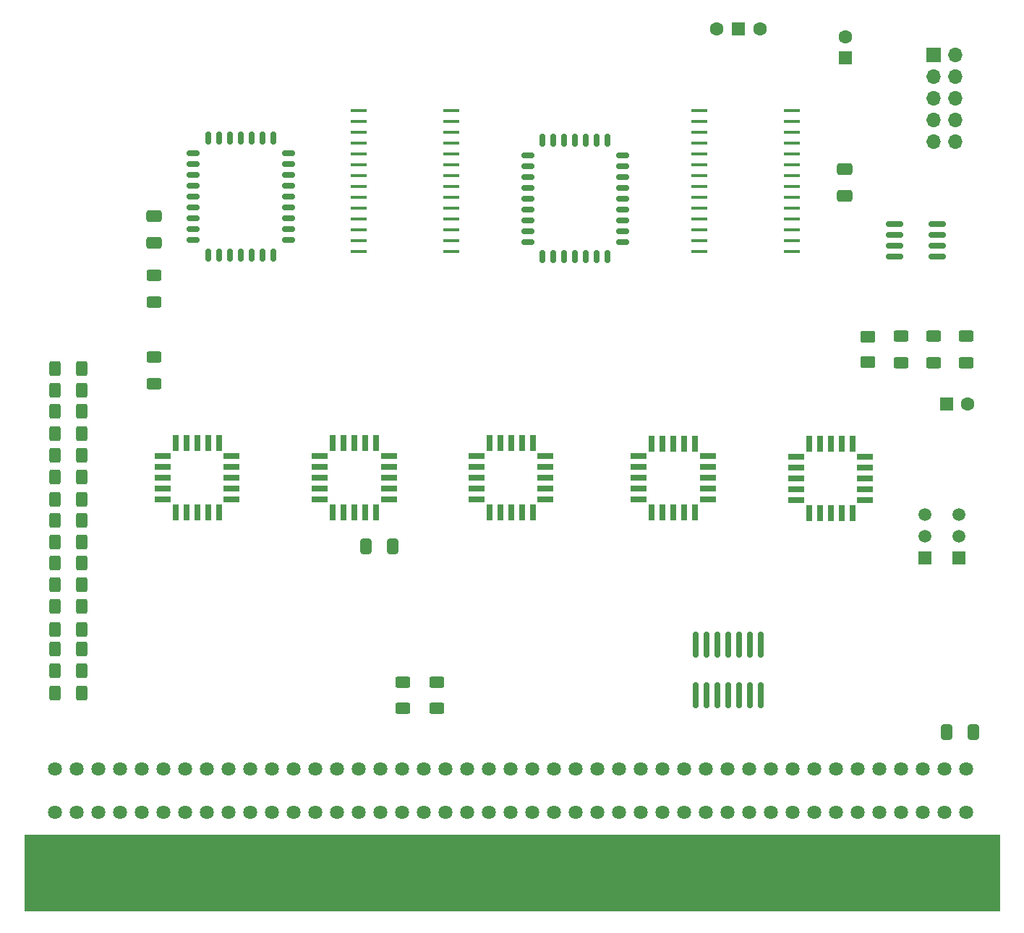
<source format=gbr>
%TF.GenerationSoftware,KiCad,Pcbnew,8.0.3*%
%TF.CreationDate,2025-02-02T19:27:09+01:00*%
%TF.ProjectId,BBARIII,42424152-4949-4492-9e6b-696361645f70,rev?*%
%TF.SameCoordinates,Original*%
%TF.FileFunction,Soldermask,Top*%
%TF.FilePolarity,Negative*%
%FSLAX46Y46*%
G04 Gerber Fmt 4.6, Leading zero omitted, Abs format (unit mm)*
G04 Created by KiCad (PCBNEW 8.0.3) date 2025-02-02 19:27:09*
%MOMM*%
%LPD*%
G01*
G04 APERTURE LIST*
G04 Aperture macros list*
%AMRoundRect*
0 Rectangle with rounded corners*
0 $1 Rounding radius*
0 $2 $3 $4 $5 $6 $7 $8 $9 X,Y pos of 4 corners*
0 Add a 4 corners polygon primitive as box body*
4,1,4,$2,$3,$4,$5,$6,$7,$8,$9,$2,$3,0*
0 Add four circle primitives for the rounded corners*
1,1,$1+$1,$2,$3*
1,1,$1+$1,$4,$5*
1,1,$1+$1,$6,$7*
1,1,$1+$1,$8,$9*
0 Add four rect primitives between the rounded corners*
20,1,$1+$1,$2,$3,$4,$5,0*
20,1,$1+$1,$4,$5,$6,$7,0*
20,1,$1+$1,$6,$7,$8,$9,0*
20,1,$1+$1,$8,$9,$2,$3,0*%
G04 Aperture macros list end*
%ADD10C,0.100000*%
%ADD11RoundRect,0.250000X0.400000X0.625000X-0.400000X0.625000X-0.400000X-0.625000X0.400000X-0.625000X0*%
%ADD12R,1.500000X1.500000*%
%ADD13C,1.600000*%
%ADD14C,1.500000*%
%ADD15R,1.600000X1.600000*%
%ADD16RoundRect,0.150000X0.150000X0.587500X-0.150000X0.587500X-0.150000X-0.587500X0.150000X-0.587500X0*%
%ADD17RoundRect,0.150000X0.587500X0.150000X-0.587500X0.150000X-0.587500X-0.150000X0.587500X-0.150000X0*%
%ADD18R,0.700000X1.925000*%
%ADD19R,1.925000X0.700000*%
%ADD20RoundRect,0.250000X-0.625000X0.400000X-0.625000X-0.400000X0.625000X-0.400000X0.625000X0.400000X0*%
%ADD21RoundRect,0.250000X0.650000X-0.412500X0.650000X0.412500X-0.650000X0.412500X-0.650000X-0.412500X0*%
%ADD22R,1.524000X7.500000*%
%ADD23C,1.635000*%
%ADD24R,1.981200X0.457200*%
%ADD25RoundRect,0.250000X0.625000X-0.400000X0.625000X0.400000X-0.625000X0.400000X-0.625000X-0.400000X0*%
%ADD26RoundRect,0.250000X-0.412500X-0.650000X0.412500X-0.650000X0.412500X0.650000X-0.412500X0.650000X0*%
%ADD27R,1.700000X1.700000*%
%ADD28O,1.700000X1.700000*%
%ADD29RoundRect,0.150000X0.150000X-1.350000X0.150000X1.350000X-0.150000X1.350000X-0.150000X-1.350000X0*%
%ADD30RoundRect,0.150000X0.825000X0.150000X-0.825000X0.150000X-0.825000X-0.150000X0.825000X-0.150000X0*%
%ADD31RoundRect,0.250001X-0.624999X0.462499X-0.624999X-0.462499X0.624999X-0.462499X0.624999X0.462499X0*%
G04 APERTURE END LIST*
D10*
%TO.C,CN2*%
X207100000Y-148810000D02*
X93020000Y-148810000D01*
X93020000Y-139920000D01*
X207100000Y-139920000D01*
X207100000Y-148810000D01*
G36*
X207100000Y-148810000D02*
G01*
X93020000Y-148810000D01*
X93020000Y-139920000D01*
X207100000Y-139920000D01*
X207100000Y-148810000D01*
G37*
%TD*%
D11*
%TO.C,R16*%
X99640000Y-103130000D03*
X96540000Y-103130000D03*
%TD*%
%TO.C,R14*%
X99640000Y-108130000D03*
X96540000Y-108130000D03*
%TD*%
D12*
%TO.C,SW1*%
X176525000Y-45530000D03*
D13*
X173985000Y-45530000D03*
X179065000Y-45530000D03*
%TD*%
D12*
%TO.C,Q2*%
X202390000Y-107545000D03*
D14*
X202390000Y-105005000D03*
X202390000Y-102465000D03*
%TD*%
D15*
%TO.C,C1*%
X189115000Y-48960113D03*
D13*
X189115000Y-46460113D03*
%TD*%
D16*
%TO.C,U9*%
X157459200Y-72245000D03*
X158729200Y-72245000D03*
X159999200Y-72245000D03*
X161269200Y-72245000D03*
D17*
X163021700Y-70487500D03*
X163021700Y-69217500D03*
X163021700Y-67947500D03*
X163021700Y-66677500D03*
X163021700Y-65407500D03*
X163021700Y-64137500D03*
X163021700Y-62867500D03*
X163021700Y-61597500D03*
X163021700Y-60327500D03*
D16*
X161269200Y-58570000D03*
X159999200Y-58570000D03*
X158729200Y-58570000D03*
X157459200Y-58570000D03*
X156189200Y-58570000D03*
X154919200Y-58570000D03*
X153649200Y-58570000D03*
D17*
X151896700Y-60327500D03*
X151896700Y-61597500D03*
X151896700Y-62867500D03*
X151896700Y-64137500D03*
X151896700Y-65407500D03*
X151896700Y-66677500D03*
X151896700Y-67947500D03*
X151896700Y-69217500D03*
X151896700Y-70487500D03*
D16*
X153649200Y-72245000D03*
X154919200Y-72245000D03*
X156189200Y-72245000D03*
%TD*%
D12*
%TO.C,Q1*%
X198365000Y-107545000D03*
D14*
X198365000Y-105005000D03*
X198365000Y-102465000D03*
%TD*%
D11*
%TO.C,R17*%
X99640000Y-100630000D03*
X96540000Y-100630000D03*
%TD*%
D18*
%TO.C,U4*%
X168940000Y-102207500D03*
X170210000Y-102207500D03*
X171480000Y-102207500D03*
D19*
X172992500Y-100695000D03*
X172992500Y-99425000D03*
X172992500Y-98155000D03*
X172992500Y-96885000D03*
X172992500Y-95615000D03*
D18*
X171480000Y-94102500D03*
X170210000Y-94102500D03*
X168940000Y-94102500D03*
X167670000Y-94102500D03*
X166400000Y-94102500D03*
D19*
X164887500Y-95615000D03*
X164887500Y-96885000D03*
X164887500Y-98155000D03*
X164887500Y-99425000D03*
X164887500Y-100695000D03*
D18*
X166400000Y-102207500D03*
X167670000Y-102207500D03*
%TD*%
D20*
%TO.C,R3*%
X108115000Y-83980000D03*
X108115000Y-87080000D03*
%TD*%
D21*
%TO.C,C2*%
X189040000Y-65117500D03*
X189040000Y-61992500D03*
%TD*%
D22*
%TO.C,CN2*%
X203290000Y-143730000D03*
X200750000Y-143730000D03*
X198210000Y-143730000D03*
X195670000Y-143730000D03*
X193130000Y-143730000D03*
X190590000Y-143730000D03*
X188050000Y-143730000D03*
X185510000Y-143730000D03*
X182970000Y-143730000D03*
X180430000Y-143730000D03*
X177890000Y-143730000D03*
X175350000Y-143730000D03*
X172810000Y-143730000D03*
X170270000Y-143730000D03*
X167730000Y-143730000D03*
X165190000Y-143730000D03*
X162650000Y-143730000D03*
X160110000Y-143730000D03*
X157570000Y-143730000D03*
X155030000Y-143730000D03*
X152490000Y-143730000D03*
X149950000Y-143730000D03*
X147410000Y-143730000D03*
X144870000Y-143730000D03*
X142330000Y-143730000D03*
X139790000Y-143730000D03*
X137250000Y-143730000D03*
X134710000Y-143730000D03*
X132170000Y-143730000D03*
X129630000Y-143730000D03*
X127090000Y-143730000D03*
X124550000Y-143730000D03*
X122010000Y-143730000D03*
X119470000Y-143730000D03*
X116930000Y-143730000D03*
X114390000Y-143730000D03*
X111850000Y-143730000D03*
X109310000Y-143730000D03*
X106770000Y-143730000D03*
X104230000Y-143730000D03*
X101690000Y-143730000D03*
X99150000Y-143730000D03*
X96610000Y-143730000D03*
%TD*%
D23*
%TO.C,CN1*%
X203260000Y-132270000D03*
X203260000Y-137350000D03*
X200720000Y-132270000D03*
X200720000Y-137350000D03*
X198180000Y-132270000D03*
X198180000Y-137350000D03*
X195640000Y-132270000D03*
X195640000Y-137350000D03*
X193100000Y-132270000D03*
X193100000Y-137350000D03*
X190560000Y-132270000D03*
X190560000Y-137350000D03*
X188020000Y-132270000D03*
X188020000Y-137350000D03*
X185480000Y-132270000D03*
X185480000Y-137350000D03*
X182940000Y-132270000D03*
X182940000Y-137350000D03*
X180400000Y-132270000D03*
X180400000Y-137350000D03*
X177860000Y-132270000D03*
X177860000Y-137350000D03*
X175320000Y-132270000D03*
X175320000Y-137350000D03*
X172780000Y-132270000D03*
X172780000Y-137350000D03*
X170240000Y-132270000D03*
X170240000Y-137350000D03*
X167700000Y-132270000D03*
X167700000Y-137350000D03*
X165160000Y-132270000D03*
X165160000Y-137350000D03*
X162620000Y-132270000D03*
X162620000Y-137350000D03*
X160080000Y-132270000D03*
X160080000Y-137350000D03*
X157540000Y-132270000D03*
X157540000Y-137350000D03*
X155000000Y-132270000D03*
X155000000Y-137350000D03*
X152460000Y-132270000D03*
X152460000Y-137350000D03*
X149920000Y-132270000D03*
X149920000Y-137350000D03*
X147380000Y-132270000D03*
X147380000Y-137350000D03*
X144840000Y-132270000D03*
X144840000Y-137350000D03*
X142300000Y-132270000D03*
X142300000Y-137350000D03*
X139760000Y-132270000D03*
X139760000Y-137350000D03*
X137220000Y-132270000D03*
X137220000Y-137350000D03*
X134680000Y-132270000D03*
X134680000Y-137350000D03*
X132140000Y-132270000D03*
X132140000Y-137350000D03*
X129600000Y-132270000D03*
X129600000Y-137350000D03*
X127060000Y-132270000D03*
X127060000Y-137350000D03*
X124520000Y-132270000D03*
X124520000Y-137350000D03*
X121980000Y-132270000D03*
X121980000Y-137350000D03*
X119440000Y-132270000D03*
X119440000Y-137350000D03*
X116900000Y-132270000D03*
X116900000Y-137350000D03*
X114360000Y-132270000D03*
X114360000Y-137350000D03*
X111820000Y-132270000D03*
X111820000Y-137350000D03*
X109280000Y-132270000D03*
X109280000Y-137350000D03*
X106740000Y-132270000D03*
X106740000Y-137350000D03*
X104200000Y-132270000D03*
X104200000Y-137350000D03*
X101660000Y-132270000D03*
X101660000Y-137350000D03*
X99120000Y-132270000D03*
X99120000Y-137350000D03*
X96580000Y-132270000D03*
X96580000Y-137350000D03*
%TD*%
D11*
%TO.C,R9*%
X99640000Y-120730000D03*
X96540000Y-120730000D03*
%TD*%
%TO.C,R12*%
X99640000Y-113230000D03*
X96540000Y-113230000D03*
%TD*%
D24*
%TO.C,U8*%
X142915000Y-71585000D03*
X142915000Y-70315000D03*
X142915000Y-69045000D03*
X142915000Y-67775000D03*
X142915000Y-66505000D03*
X142915000Y-65235000D03*
X142915000Y-63965000D03*
X142915000Y-62695000D03*
X142915000Y-61425000D03*
X142915000Y-60155000D03*
X142915000Y-58885000D03*
X142915000Y-57615000D03*
X142915000Y-56345000D03*
X142915000Y-55075000D03*
X132069200Y-55075000D03*
X132069200Y-56345000D03*
X132069200Y-57615000D03*
X132069200Y-58885000D03*
X132069200Y-60155000D03*
X132069200Y-61425000D03*
X132069200Y-62695000D03*
X132069200Y-63965000D03*
X132069200Y-65235000D03*
X132069200Y-66505000D03*
X132069200Y-67775000D03*
X132069200Y-69045000D03*
X132069200Y-70315000D03*
X132069200Y-71585000D03*
%TD*%
D25*
%TO.C,R1*%
X137290000Y-125155000D03*
X137290000Y-122055000D03*
%TD*%
D11*
%TO.C,R8*%
X99640000Y-123380000D03*
X96540000Y-123380000D03*
%TD*%
%TO.C,R20*%
X99640000Y-92930000D03*
X96540000Y-92930000D03*
%TD*%
%TO.C,R18*%
X99640000Y-98080000D03*
X96540000Y-98080000D03*
%TD*%
D26*
%TO.C,C4*%
X132977500Y-106205000D03*
X136102500Y-106205000D03*
%TD*%
D11*
%TO.C,R22*%
X99640000Y-87880000D03*
X96540000Y-87880000D03*
%TD*%
D25*
%TO.C,R6*%
X199390000Y-84630000D03*
X199390000Y-81530000D03*
%TD*%
D11*
%TO.C,R13*%
X99640000Y-110630000D03*
X96540000Y-110630000D03*
%TD*%
D15*
%TO.C,C6*%
X200904887Y-89505000D03*
D13*
X203404887Y-89505000D03*
%TD*%
D18*
%TO.C,U3*%
X149940000Y-102157500D03*
X151210000Y-102157500D03*
X152480000Y-102157500D03*
D19*
X153992500Y-100645000D03*
X153992500Y-99375000D03*
X153992500Y-98105000D03*
X153992500Y-96835000D03*
X153992500Y-95565000D03*
D18*
X152480000Y-94052500D03*
X151210000Y-94052500D03*
X149940000Y-94052500D03*
X148670000Y-94052500D03*
X147400000Y-94052500D03*
D19*
X145887500Y-95565000D03*
X145887500Y-96835000D03*
X145887500Y-98105000D03*
X145887500Y-99375000D03*
X145887500Y-100645000D03*
D18*
X147400000Y-102157500D03*
X148670000Y-102157500D03*
%TD*%
%TO.C,U1*%
X113194200Y-102147500D03*
X114464200Y-102147500D03*
X115734200Y-102147500D03*
D19*
X117246700Y-100635000D03*
X117246700Y-99365000D03*
X117246700Y-98095000D03*
X117246700Y-96825000D03*
X117246700Y-95555000D03*
D18*
X115734200Y-94042500D03*
X114464200Y-94042500D03*
X113194200Y-94042500D03*
X111924200Y-94042500D03*
X110654200Y-94042500D03*
D19*
X109141700Y-95555000D03*
X109141700Y-96825000D03*
X109141700Y-98095000D03*
X109141700Y-99365000D03*
X109141700Y-100635000D03*
D18*
X110654200Y-102147500D03*
X111924200Y-102147500D03*
%TD*%
D11*
%TO.C,R15*%
X99640000Y-105630000D03*
X96540000Y-105630000D03*
%TD*%
D18*
%TO.C,U5*%
X187360000Y-102235000D03*
X188630000Y-102235000D03*
X189900000Y-102235000D03*
D19*
X191412500Y-100722500D03*
X191412500Y-99452500D03*
X191412500Y-98182500D03*
X191412500Y-96912500D03*
X191412500Y-95642500D03*
D18*
X189900000Y-94130000D03*
X188630000Y-94130000D03*
X187360000Y-94130000D03*
X186090000Y-94130000D03*
X184820000Y-94130000D03*
D19*
X183307500Y-95642500D03*
X183307500Y-96912500D03*
X183307500Y-98182500D03*
X183307500Y-99452500D03*
X183307500Y-100722500D03*
D18*
X184820000Y-102235000D03*
X186090000Y-102235000D03*
%TD*%
D27*
%TO.C,J1*%
X199400000Y-48590000D03*
D28*
X201940000Y-48590000D03*
X199400000Y-51130000D03*
X201940000Y-51130000D03*
X199400000Y-53670000D03*
X201940000Y-53670000D03*
X199400000Y-56210000D03*
X201940000Y-56210000D03*
X199400000Y-58750000D03*
X201940000Y-58750000D03*
%TD*%
D21*
%TO.C,C3*%
X108140000Y-70592500D03*
X108140000Y-67467500D03*
%TD*%
D29*
%TO.C,U6*%
X171540000Y-123605000D03*
X172810000Y-123605000D03*
X174080000Y-123605000D03*
X175350000Y-123605000D03*
X176620000Y-123605000D03*
X177890000Y-123605000D03*
X179160000Y-123605000D03*
X179160000Y-117705000D03*
X177890000Y-117705000D03*
X176620000Y-117705000D03*
X175350000Y-117705000D03*
X174080000Y-117705000D03*
X172810000Y-117705000D03*
X171540000Y-117705000D03*
%TD*%
D30*
%TO.C,U11*%
X199815000Y-72240000D03*
X199815000Y-70970000D03*
X199815000Y-69700000D03*
X199815000Y-68430000D03*
X194865000Y-68430000D03*
X194865000Y-69700000D03*
X194865000Y-70970000D03*
X194865000Y-72240000D03*
%TD*%
D11*
%TO.C,R11*%
X99640000Y-115880000D03*
X96540000Y-115880000D03*
%TD*%
D25*
%TO.C,R7*%
X203240000Y-84630000D03*
X203240000Y-81530000D03*
%TD*%
D31*
%TO.C,D3*%
X191740000Y-81592500D03*
X191740000Y-84567500D03*
%TD*%
D25*
%TO.C,R4*%
X108140000Y-77555000D03*
X108140000Y-74455000D03*
%TD*%
D11*
%TO.C,R10*%
X99640000Y-118230000D03*
X96540000Y-118230000D03*
%TD*%
%TO.C,R19*%
X99640000Y-95480000D03*
X96540000Y-95480000D03*
%TD*%
D25*
%TO.C,R2*%
X141215000Y-125155000D03*
X141215000Y-122055000D03*
%TD*%
D16*
%TO.C,U7*%
X118304200Y-72045000D03*
X119574200Y-72045000D03*
X120844200Y-72045000D03*
X122114200Y-72045000D03*
D17*
X123866700Y-70287500D03*
X123866700Y-69017500D03*
X123866700Y-67747500D03*
X123866700Y-66477500D03*
X123866700Y-65207500D03*
X123866700Y-63937500D03*
X123866700Y-62667500D03*
X123866700Y-61397500D03*
X123866700Y-60127500D03*
D16*
X122114200Y-58370000D03*
X120844200Y-58370000D03*
X119574200Y-58370000D03*
X118304200Y-58370000D03*
X117034200Y-58370000D03*
X115764200Y-58370000D03*
X114494200Y-58370000D03*
D17*
X112741700Y-60127500D03*
X112741700Y-61397500D03*
X112741700Y-62667500D03*
X112741700Y-63937500D03*
X112741700Y-65207500D03*
X112741700Y-66477500D03*
X112741700Y-67747500D03*
X112741700Y-69017500D03*
X112741700Y-70287500D03*
D16*
X114494200Y-72045000D03*
X115764200Y-72045000D03*
X117034200Y-72045000D03*
%TD*%
D18*
%TO.C,U2*%
X131621700Y-102172500D03*
X132891700Y-102172500D03*
X134161700Y-102172500D03*
D19*
X135674200Y-100660000D03*
X135674200Y-99390000D03*
X135674200Y-98120000D03*
X135674200Y-96850000D03*
X135674200Y-95580000D03*
D18*
X134161700Y-94067500D03*
X132891700Y-94067500D03*
X131621700Y-94067500D03*
X130351700Y-94067500D03*
X129081700Y-94067500D03*
D19*
X127569200Y-95580000D03*
X127569200Y-96850000D03*
X127569200Y-98120000D03*
X127569200Y-99390000D03*
X127569200Y-100660000D03*
D18*
X129081700Y-102172500D03*
X130351700Y-102172500D03*
%TD*%
D26*
%TO.C,C5*%
X200977500Y-127955000D03*
X204102500Y-127955000D03*
%TD*%
D11*
%TO.C,R21*%
X99640000Y-90330000D03*
X96540000Y-90330000D03*
%TD*%
D24*
%TO.C,U10*%
X182840000Y-71615000D03*
X182840000Y-70345000D03*
X182840000Y-69075000D03*
X182840000Y-67805000D03*
X182840000Y-66535000D03*
X182840000Y-65265000D03*
X182840000Y-63995000D03*
X182840000Y-62725000D03*
X182840000Y-61455000D03*
X182840000Y-60185000D03*
X182840000Y-58915000D03*
X182840000Y-57645000D03*
X182840000Y-56375000D03*
X182840000Y-55105000D03*
X171994200Y-55105000D03*
X171994200Y-56375000D03*
X171994200Y-57645000D03*
X171994200Y-58915000D03*
X171994200Y-60185000D03*
X171994200Y-61455000D03*
X171994200Y-62725000D03*
X171994200Y-63995000D03*
X171994200Y-65265000D03*
X171994200Y-66535000D03*
X171994200Y-67805000D03*
X171994200Y-69075000D03*
X171994200Y-70345000D03*
X171994200Y-71615000D03*
%TD*%
D25*
%TO.C,R5*%
X195640000Y-84630000D03*
X195640000Y-81530000D03*
%TD*%
D11*
%TO.C,R23*%
X99640000Y-85380000D03*
X96540000Y-85380000D03*
%TD*%
M02*

</source>
